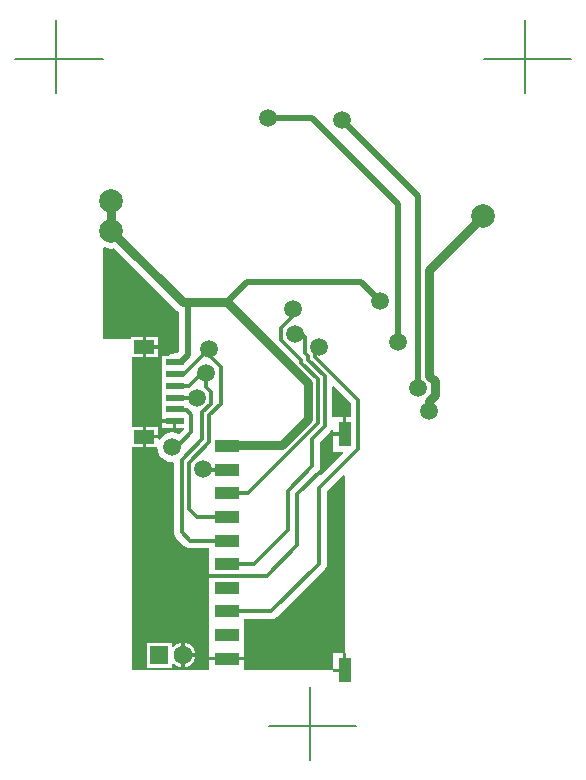
<source format=gbl>
%FSLAX44Y44*%
%MOMM*%
G71*
G01*
G75*
G04 Layer_Physical_Order=2*
G04 Layer_Color=16711680*
%ADD10R,1.5000X1.3000*%
%ADD11R,0.9000X1.2000*%
%ADD12R,0.6000X1.3000*%
%ADD13O,0.7000X2.6000*%
G04:AMPARAMS|DCode=14|XSize=1.6mm|YSize=0.9mm|CornerRadius=0.225mm|HoleSize=0mm|Usage=FLASHONLY|Rotation=180.000|XOffset=0mm|YOffset=0mm|HoleType=Round|Shape=RoundedRectangle|*
%AMROUNDEDRECTD14*
21,1,1.6000,0.4500,0,0,180.0*
21,1,1.1500,0.9000,0,0,180.0*
1,1,0.4500,-0.5750,0.2250*
1,1,0.4500,0.5750,0.2250*
1,1,0.4500,0.5750,-0.2250*
1,1,0.4500,-0.5750,-0.2250*
%
%ADD14ROUNDEDRECTD14*%
%ADD15R,1.3000X1.5000*%
%ADD16C,0.5000*%
%ADD17C,0.3000*%
%ADD18C,0.7500*%
%ADD19C,0.2000*%
%ADD20C,2.0000*%
%ADD21C,1.6000*%
%ADD22R,1.6000X1.6000*%
%ADD23C,1.5000*%
%ADD24R,1.5500X0.6000*%
%ADD25R,1.8000X1.2000*%
%ADD26R,2.0000X1.0000*%
%ADD27R,1.0000X2.0000*%
G36*
X287944Y328394D02*
Y317000D01*
X284500D01*
Y301997D01*
X283003D01*
Y300500D01*
X273000D01*
Y287000D01*
X281262D01*
X281748Y285827D01*
X263229Y267308D01*
X262056Y267794D01*
Y295659D01*
X270636Y304239D01*
X271678Y305597D01*
X271755Y305783D01*
X273000Y305535D01*
Y303500D01*
X281500D01*
Y317000D01*
X273000D01*
D01*
X273000D01*
X272556Y317444D01*
Y342123D01*
X273729Y342609D01*
X287944Y328394D01*
D02*
G37*
G36*
X79732Y460375D02*
X82559Y459517D01*
X85500Y459228D01*
X87859Y459460D01*
X139559Y407760D01*
X139559Y407760D01*
X139559D01*
X139559Y407759D01*
X139560D01*
X139560Y407759D01*
Y407759D01*
Y407759D01*
D01*
D01*
X139560D01*
Y407759D01*
X141387Y406357D01*
X142435Y405923D01*
Y372133D01*
X140867Y370565D01*
X139000D01*
X137042Y370307D01*
X135218Y369551D01*
X133900Y368540D01*
X128710D01*
Y357460D01*
Y347460D01*
Y337460D01*
Y327460D01*
Y317460D01*
Y314500D01*
X139003D01*
Y313003D01*
X140500D01*
Y307460D01*
X146694D01*
Y306216D01*
X142662Y302184D01*
X140263Y303178D01*
X137000Y303607D01*
X133737Y303178D01*
X130696Y301918D01*
X128085Y299914D01*
X126243Y297514D01*
X125040Y297922D01*
Y298500D01*
X115000D01*
Y291460D01*
X123988D01*
X124392Y290999D01*
X124822Y287736D01*
X126081Y284695D01*
X128085Y282084D01*
X130696Y280081D01*
X133737Y278821D01*
X137000Y278392D01*
X137489Y278456D01*
X138444Y277619D01*
Y219000D01*
X138667Y217303D01*
X138995Y216513D01*
X139322Y215722D01*
X140364Y214364D01*
X147364Y207364D01*
X148722Y206322D01*
X150303Y205667D01*
X152000Y205444D01*
X152000Y205444D01*
X168000D01*
Y202000D01*
Y182000D01*
Y162000D01*
Y142000D01*
Y122000D01*
D01*
X168000Y122000D01*
X168000Y122000D01*
D01*
D01*
Y122000D01*
X168000D01*
D01*
Y113500D01*
X198000D01*
Y122000D01*
D01*
Y122000D01*
X198000Y122000D01*
Y122000D01*
X198000D01*
D01*
Y142000D01*
Y145444D01*
X221000D01*
X222697Y145667D01*
X223352Y145939D01*
X224278Y146322D01*
X225636Y147364D01*
X266136Y187864D01*
X267178Y189222D01*
X267178Y189222D01*
X267178Y189222D01*
X267833Y190803D01*
X268056Y192500D01*
Y253591D01*
X281827Y267362D01*
X283000Y266877D01*
Y117000D01*
X284500D01*
Y101997D01*
X283003D01*
Y100500D01*
X273000D01*
Y102000D01*
X198000D01*
Y110500D01*
X168000D01*
Y102000D01*
X104000D01*
X103000Y103000D01*
Y291460D01*
X112000D01*
Y299997D01*
Y308540D01*
X103000D01*
Y367460D01*
X112000D01*
Y375997D01*
Y384540D01*
X101960D01*
Y383000D01*
X79000D01*
X79000Y383000D01*
X79000Y383000D01*
X78000Y383414D01*
Y460066D01*
X79089Y460718D01*
X79732Y460375D01*
D02*
G37*
%LPC*%
G36*
X156434Y113500D02*
X147500D01*
Y104567D01*
X148752Y104731D01*
X151316Y105793D01*
X153517Y107483D01*
X155207Y109685D01*
X156269Y112248D01*
X156434Y113500D01*
D02*
G37*
G36*
X147500Y125434D02*
Y116500D01*
X156434D01*
X156269Y117752D01*
X155207Y120316D01*
X153517Y122517D01*
X151316Y124207D01*
X148752Y125269D01*
X147500Y125434D01*
D02*
G37*
G36*
X281500Y117000D02*
X273000D01*
Y103500D01*
X281500D01*
Y117000D01*
D02*
G37*
G36*
X136540Y125540D02*
X115460D01*
Y104460D01*
X136540D01*
Y108039D01*
X137743Y108447D01*
X138483Y107483D01*
X140685Y105793D01*
X143249Y104731D01*
X144500Y104567D01*
Y114998D01*
Y125434D01*
X143249Y125269D01*
X140685Y124207D01*
X138483Y122517D01*
X137743Y121553D01*
X136540Y121961D01*
Y125540D01*
D02*
G37*
G36*
X125040Y374500D02*
X115000D01*
Y367460D01*
X125040D01*
Y374500D01*
D02*
G37*
G36*
X137500Y311500D02*
X128710D01*
Y307460D01*
X137500D01*
Y311500D01*
D02*
G37*
G36*
X125040Y308540D02*
X115000D01*
Y301500D01*
X125040D01*
Y308540D01*
D02*
G37*
G36*
Y384540D02*
X115000D01*
Y377500D01*
X125040D01*
Y384540D01*
D02*
G37*
%LPD*%
D16*
X182972Y414000D02*
X199972Y431000D01*
X297000D01*
X313000Y415000D01*
X218000Y570000D02*
X255000D01*
X328000Y497000D01*
Y380000D02*
Y497000D01*
X281000Y568000D02*
X345000Y504000D01*
Y341000D02*
Y504000D01*
X150000Y369000D02*
Y414000D01*
X144000Y363000D02*
X150000Y369000D01*
X139000Y363000D02*
X144000D01*
D17*
X163000Y273000D02*
X164000Y272000D01*
X147000Y353000D02*
X168000Y374000D01*
X139000Y353000D02*
X147000D01*
X246000Y362639D02*
X260000Y348639D01*
X246000Y362639D02*
Y364667D01*
X229000Y381667D02*
X246000Y364667D01*
X249000Y371030D02*
Y384000D01*
Y371030D02*
X252000Y368029D01*
Y365125D02*
Y368029D01*
Y365125D02*
X266000Y351125D01*
Y308875D02*
Y351125D01*
X229000Y381667D02*
Y391970D01*
X246000Y387000D02*
X249000Y384000D01*
X258000Y367610D02*
X294500Y331110D01*
X258000Y367610D02*
Y379000D01*
X255500Y298375D02*
X266000Y308875D01*
X260000Y311360D02*
Y348639D01*
X249500Y300860D02*
X260000Y311360D01*
X249500Y300500D02*
Y300860D01*
X178000Y327545D02*
Y358971D01*
X170000Y328030D02*
Y337971D01*
X162500Y320530D02*
X170000Y328030D01*
X201000Y252000D02*
X249500Y300500D01*
X183000Y252000D02*
X201000D01*
X162000Y354000D02*
X166000D01*
X239000Y401970D02*
Y408000D01*
X229000Y391970D02*
X239000Y401970D01*
X258000Y379000D02*
X261000Y376000D01*
X241000Y387000D02*
X246000D01*
X137000Y290999D02*
X137001D01*
X139000Y289000D01*
X164000Y272000D02*
X183000D01*
X183000Y232000D02*
X183000Y232000D01*
X168000Y368971D02*
X178000Y358971D01*
X168000Y368971D02*
Y374000D01*
X139000Y289000D02*
Y289250D01*
Y333000D02*
X158000D01*
X139500Y322500D02*
X149443D01*
X139000Y323000D02*
X139500Y322500D01*
X168500Y318044D02*
X178000Y327545D01*
X183000Y152000D02*
X221000D01*
X139000Y289250D02*
X153250Y303500D01*
Y318693D01*
X149443Y322500D02*
X153250Y318693D01*
X139000Y343000D02*
X151000D01*
X162000Y354000D01*
X166000Y341970D02*
Y354000D01*
Y341970D02*
X170000Y337971D01*
X168500Y295470D02*
Y318044D01*
X151000Y277971D02*
X168500Y295470D01*
X162500Y297956D02*
Y320530D01*
X145000Y280456D02*
X162500Y297956D01*
X145000Y219000D02*
Y280456D01*
Y219000D02*
X152000Y212000D01*
X151000Y239000D02*
Y277971D01*
X152000Y212000D02*
X152000Y212000D01*
X158000Y232000D02*
X183000D01*
X151000Y239000D02*
X158000Y232000D01*
X152000Y212000D02*
X183000D01*
X294500Y289307D02*
Y331110D01*
X221000Y152000D02*
X261500Y192500D01*
Y256307D01*
X294500Y289307D01*
X243000Y251000D02*
X264000Y272000D01*
X235000Y254314D02*
X255500Y274813D01*
Y298375D01*
X235000Y221000D02*
Y254314D01*
X243000Y208000D02*
Y251000D01*
X217000Y182000D02*
X243000Y208000D01*
X197192Y182000D02*
X217000D01*
X197192Y182000D02*
X197192Y182000D01*
X206000Y192000D02*
X235000Y221000D01*
X183000Y192000D02*
X206000D01*
X168000Y182000D02*
X197192D01*
D18*
X354500Y351653D02*
Y441000D01*
Y351653D02*
X359250Y346903D01*
Y335098D02*
Y346903D01*
X354500Y330347D02*
X359250Y335098D01*
X354500Y321500D02*
Y330347D01*
Y441000D02*
X400500Y487000D01*
X150000Y414000D02*
X182972D01*
X145800D02*
X150000D01*
X182972D02*
X251750Y345222D01*
X85500Y474300D02*
Y499700D01*
Y474300D02*
X145800Y414000D01*
X230222Y293250D02*
X251750Y314778D01*
Y345222D01*
X184250Y293250D02*
X230222D01*
X183000Y292000D02*
X184250Y293250D01*
D19*
X4000Y620000D02*
X78000D01*
X39000Y591000D02*
Y653000D01*
X436000Y591000D02*
Y653000D01*
X401000Y620000D02*
X475000D01*
X254000Y26000D02*
Y88000D01*
X219000Y55000D02*
X293000D01*
D20*
X85500Y499700D02*
D03*
Y474300D02*
D03*
X400500Y487000D02*
D03*
D21*
X146000Y115000D02*
D03*
D22*
X126000D02*
D03*
D23*
X121000Y406000D02*
D03*
X313000Y415000D02*
D03*
X218000Y570000D02*
D03*
X328000Y380000D02*
D03*
X281000Y568000D02*
D03*
X345000Y341000D02*
D03*
X354500Y321500D02*
D03*
X137000Y290999D02*
D03*
X241000Y387000D02*
D03*
X166000Y354000D02*
D03*
X239000Y408000D02*
D03*
X261000Y376000D02*
D03*
X168000Y374000D02*
D03*
X163000Y273000D02*
D03*
X158000Y333000D02*
D03*
D24*
X139000D02*
D03*
Y343000D02*
D03*
Y353000D02*
D03*
Y363000D02*
D03*
Y313000D02*
D03*
Y323000D02*
D03*
D25*
X113500Y376000D02*
D03*
Y300000D02*
D03*
D26*
X183000Y132000D02*
D03*
Y292000D02*
D03*
Y212000D02*
D03*
Y232000D02*
D03*
Y252000D02*
D03*
Y272000D02*
D03*
Y152000D02*
D03*
Y172000D02*
D03*
Y192000D02*
D03*
Y112000D02*
D03*
D27*
X283000Y302000D02*
D03*
Y102000D02*
D03*
M02*

</source>
